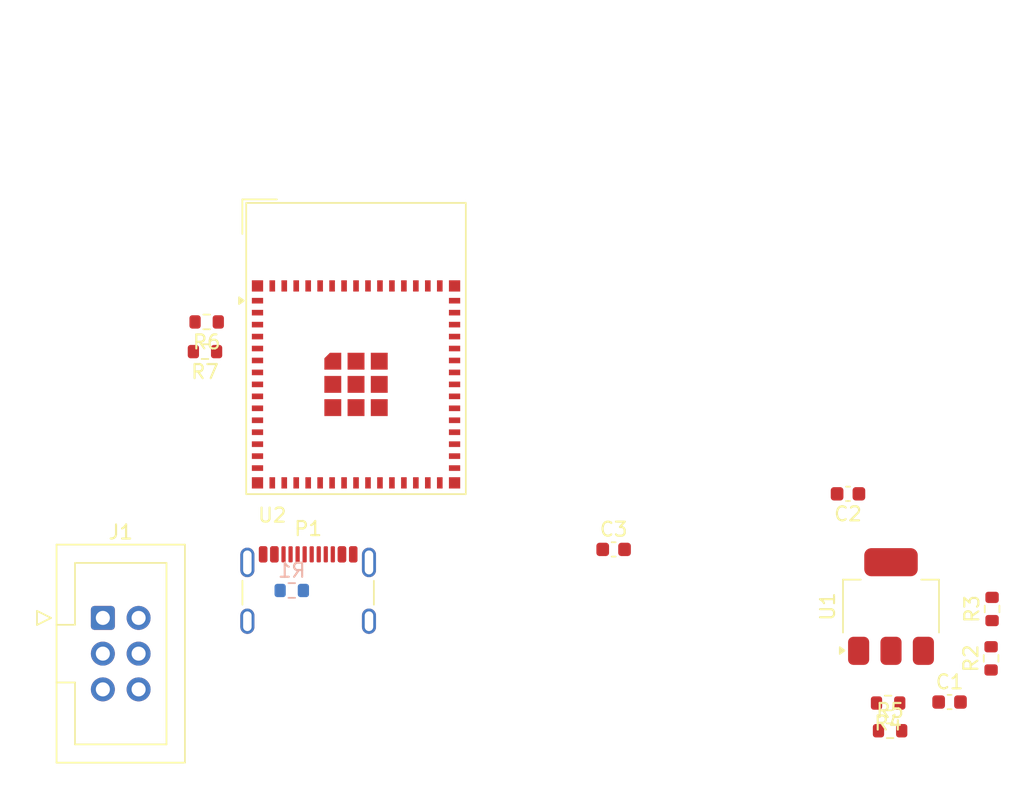
<source format=kicad_pcb>
(kicad_pcb (version 20240108) (generator "pcbnew") (generator_version "8.0")
  (layers (0 "F.Cu" signal) (31 "B.Cu" signal) (34 "B.Paste" user) (35 "F.Paste" user) (36 "B.SilkS" user "B.Silkscreen") (37 "F.SilkS" user "F.Silkscreen") (38 "B.Mask" user) (39 "F.Mask" user) (44 "Edge.Cuts" user))
  (net 0 "")
  (net 1 "HW_VER")
  (net 2 "3.3V")
  (net 3 "N$1")
  (net 4 "N$2")
  (net 5 "5v_monitor")
  (net 6 "N$4")
  (net 7 "N$3")
  (net 8 "D-")
  (net 9 "D+")
  (net 10 "GND")
  (net 11 "VBUS_1")
  (net 12 "3v3_monitor")
  (footprint "Resistor_SMD:R_0603_1608Metric" (layer "F.Cu") (at 128.245 66.77)
    (property "Reference" "R5" (at 0 -1.43 0) (layer "F.SilkS"))
    (property "Value" "1K")
    (fp_line (start -0.237258 -0.5225) (end 0.237258 -0.5225) (stroke (width 0.12)) (layer "F.SilkS"))
    (fp_line (start -0.237258 0.5225) (end 0.237258 0.5225) (stroke (width 0.12)) (layer "F.SilkS"))
    (pad "1" smd roundrect (at -0.825 0) (size 0.8 0.95) (layers "F.Cu" "F.Paste" "F.Mask") (net 12 "3v3_monitor"))
    (pad "2" smd roundrect (at 0.825 0) (size 0.8 0.95) (layers "F.Cu" "F.Paste" "F.Mask") (net 10 "GND"))
  )
  (footprint "Resistor_SMD:R_0603_1608Metric" (layer "F.Cu") (at 135.49 58.115 90)
    (property "Reference" "R3" (at 0 -1.43 90) (layer "F.SilkS"))
    (property "Value" "1K")
    (fp_line (start -0.237258 -0.5225) (end 0.237258 -0.5225) (stroke (width 0.12)) (layer "F.SilkS"))
    (fp_line (start -0.237258 0.5225) (end 0.237258 0.5225) (stroke (width 0.12)) (layer "F.SilkS"))
    (pad "1" smd roundrect (at -0.825 0 90) (size 0.8 0.95) (layers "F.Cu" "F.Paste" "F.Mask") (net 5 "5v_monitor"))
    (pad "2" smd roundrect (at 0.825 0 90) (size 0.8 0.95) (layers "F.Cu" "F.Paste" "F.Mask") (net 10 "GND"))
  )
  (footprint "Package_TO_SOT_SMD:SOT-223-3_TabPin2" (layer "F.Cu") (at 128.31 57.94 90)
    (property "Reference" "U1" (at 0 -4.5 90) (layer "F.SilkS"))
    (property "Value" "NCP1117-3.3_SOT223")
    (fp_line (start 1.91 -3.41) (end 1.91 -2.15) (stroke (width 0.12)) (layer "F.SilkS"))
    (fp_line (start -1.85 -3.41) (end 1.91 -3.41) (stroke (width 0.12)) (layer "F.SilkS"))
    (fp_line (start 1.91 3.41) (end 1.91 2.15) (stroke (width 0.12)) (layer "F.SilkS"))
    (fp_line (start -1.85 3.41) (end 1.91 3.41) (stroke (width 0.12)) (layer "F.SilkS"))
    (fp_poly (pts (xy -3.13 -3.31) (xy -3.37 -3.64) (xy -2.89 -3.64) (xy -3.13 -3.31)) (stroke (width 0.12)) (fill solid) (layer "F.SilkS"))
    (pad "1" smd roundrect (at -3.15 -2.3 90) (size 2 1.5) (layers "F.Cu" "F.Paste" "F.Mask") (net 10 "GND"))
    (pad "2" smd roundrect (at -3.15 0 90) (size 2 1.5) (layers "F.Cu" "F.Paste" "F.Mask") (net 2 "3.3V"))
    (pad "2" smd roundrect (at 3.15 0 90) (size 2 3.8) (layers "F.Cu" "F.Paste" "F.Mask") (net 2 "3.3V"))
    (pad "3" smd roundrect (at -3.15 2.3 90) (size 2 1.5) (layers "F.Cu" "F.Paste" "F.Mask") (net 11 "VBUS_1"))
  )
  (footprint "Capacitor_SMD:C_0603_1608Metric" (layer "F.Cu") (at 125.255 49.93 180)
    (property "Reference" "C2" (at 0 -1.43 360) (layer "F.SilkS"))
    (property "Value" "10uF")
    (fp_line (start -0.14058 0.51) (end 0.14058 0.51) (stroke (width 0.12)) (layer "F.SilkS"))
    (fp_line (start -0.14058 -0.51) (end 0.14058 -0.51) (stroke (width 0.12)) (layer "F.SilkS"))
    (pad "1" smd roundrect (at -0.775 0 180) (size 0.9 0.95) (layers "F.Cu" "F.Paste" "F.Mask") (net 2 "3.3V"))
    (pad "2" smd roundrect (at 0.775 0 180) (size 0.9 0.95) (layers "F.Cu" "F.Paste" "F.Mask") (net 10 "GND"))
  )
  (footprint "RF_Module:ESP32-S2-MINI-1" (layer "F.Cu") (at 90.305 39.6)
    (property "Reference" "U2" (at -5.95 11.85 0) (layer "F.SilkS"))
    (property "Value" "ESP32-S3-MINI-1")
    (fp_line (start -8.075 -10.6) (end -8.075 -8.15) (stroke (width 0.12)) (layer "F.SilkS"))
    (fp_line (start -8.075 -10.6) (end -5.625 -10.6) (stroke (width 0.12)) (layer "F.SilkS"))
    (fp_line (start -7.8 -10.35) (end 7.8 -10.35) (stroke (width 0.12)) (layer "F.SilkS"))
    (fp_line (start -7.8 10.35) (end -7.8 -10.35) (stroke (width 0.12)) (layer "F.SilkS"))
    (fp_line (start 7.8 -10.35) (end 7.8 10.35) (stroke (width 0.12)) (layer "F.SilkS"))
    (fp_line (start 7.8 10.35) (end -7.8 10.35) (stroke (width 0.12)) (layer "F.SilkS"))
    (fp_poly (pts (xy -7.975 -3.4) (xy -8.311 -3.16) (xy -8.311 -3.64) (xy -7.975 -3.4)) (stroke (width 0.12)) (fill solid) (layer "F.SilkS"))
    (pad "1" smd rect (at -7 -3.4) (size 0.8 0.4) (layers "F.Cu" "F.Paste" "F.Mask") (net 10 "GND"))
    (pad "2" smd rect (at -7 -2.55) (size 0.8 0.4) (layers "F.Cu" "F.Paste" "F.Mask") (net 10 "GND"))
    (pad "3" smd rect (at -7 -1.7) (size 0.8 0.4) (layers "F.Cu" "F.Paste" "F.Mask") (net 2 "3.3V"))
    (pad "4" smd rect (at -7 -0.85) (size 0.8 0.4) (layers "F.Cu" "F.Paste" "F.Mask") (net 6 "N$4"))
    (pad "5" smd rect (at -7 0) (size 0.8 0.4) (layers "F.Cu" "F.Paste" "F.Mask") (net 1 "HW_VER"))
    (pad "6" smd rect (at -7 0.85) (size 0.8 0.4) (layers "F.Cu" "F.Paste" "F.Mask") (net 5 "5v_monitor"))
    (pad "7" smd rect (at -7 1.7) (size 0.8 0.4) (layers "F.Cu" "F.Paste" "F.Mask") (net 12 "3v3_monitor"))
    (pad "8" smd rect (at -7 2.55) (size 0.8 0.4) (layers "F.Cu" "F.Paste" "F.Mask"))
    (pad "9" smd rect (at -7 3.4) (size 0.8 0.4) (layers "F.Cu" "F.Paste" "F.Mask"))
    (pad "10" smd rect (at -7 4.25) (size 0.8 0.4) (layers "F.Cu" "F.Paste" "F.Mask"))
    (pad "11" smd rect (at -7 5.1) (size 0.8 0.4) (layers "F.Cu" "F.Paste" "F.Mask"))
    (pad "12" smd rect (at -7 5.95) (size 0.8 0.4) (layers "F.Cu" "F.Paste" "F.Mask"))
    (pad "13" smd rect (at -7 6.8) (size 0.8 0.4) (layers "F.Cu" "F.Paste" "F.Mask"))
    (pad "14" smd rect (at -7 7.65) (size 0.8 0.4) (layers "F.Cu" "F.Paste" "F.Mask"))
    (pad "15" smd rect (at -7 8.5) (size 0.8 0.4) (layers "F.Cu" "F.Paste" "F.Mask"))
    (pad "16" smd rect (at -5.95 9.55 90) (size 0.8 0.4) (layers "F.Cu" "F.Paste" "F.Mask"))
    (pad "17" smd rect (at -5.1 9.55 90) (size 0.8 0.4) (layers "F.Cu" "F.Paste" "F.Mask"))
    (pad "18" smd rect (at -4.25 9.55 90) (size 0.8 0.4) (layers "F.Cu" "F.Paste" "F.Mask"))
    (pad "19" smd rect (at -3.4 9.55 90) (size 0.8 0.4) (layers "F.Cu" "F.Paste" "F.Mask"))
    (pad "20" smd rect (at -2.55 9.55 90) (size 0.8 0.4) (layers "F.Cu" "F.Paste" "F.Mask"))
    (pad "21" smd rect (at -1.7 9.55 90) (size 0.8 0.4) (layers "F.Cu" "F.Paste" "F.Mask"))
    (pad "22" smd rect (at -0.85 9.55 90) (size 0.8 0.4) (layers "F.Cu" "F.Paste" "F.Mask"))
    (pad "23" smd rect (at 0 9.55 90) (size 0.8 0.4) (layers "F.Cu" "F.Paste" "F.Mask") (net 8 "D-"))
    (pad "24" smd rect (at 0.85 9.55 90) (size 0.8 0.4) (layers "F.Cu" "F.Paste" "F.Mask") (net 9 "D+"))
    (pad "25" smd rect (at 1.7 9.55 90) (size 0.8 0.4) (layers "F.Cu" "F.Paste" "F.Mask"))
    (pad "26" smd rect (at 2.55 9.55 90) (size 0.8 0.4) (layers "F.Cu" "F.Paste" "F.Mask"))
    (pad "27" smd rect (at 3.4 9.55 90) (size 0.8 0.4) (layers "F.Cu" "F.Paste" "F.Mask"))
    (pad "28" smd rect (at 4.25 9.55 90) (size 0.8 0.4) (layers "F.Cu" "F.Paste" "F.Mask"))
    (pad "29" smd rect (at 5.1 9.55 90) (size 0.8 0.4) (layers "F.Cu" "F.Paste" "F.Mask"))
    (pad "30" smd rect (at 5.95 9.55 90) (size 0.8 0.4) (layers "F.Cu" "F.Paste" "F.Mask"))
    (pad "31" smd rect (at 7 8.5) (size 0.8 0.4) (layers "F.Cu" "F.Paste" "F.Mask"))
    (pad "32" smd rect (at 7 7.65) (size 0.8 0.4) (layers "F.Cu" "F.Paste" "F.Mask"))
    (pad "33" smd rect (at 7 6.8) (size 0.8 0.4) (layers "F.Cu" "F.Paste" "F.Mask"))
    (pad "34" smd rect (at 7 5.95) (size 0.8 0.4) (layers "F.Cu" "F.Paste" "F.Mask"))
    (pad "35" smd rect (at 7 5.1) (size 0.8 0.4) (layers "F.Cu" "F.Paste" "F.Mask"))
    (pad "36" smd rect (at 7 4.25) (size 0.8 0.4) (layers "F.Cu" "F.Paste" "F.Mask"))
    (pad "37" smd rect (at 7 3.4) (size 0.8 0.4) (layers "F.Cu" "F.Paste" "F.Mask"))
    (pad "38" smd rect (at 7 2.55) (size 0.8 0.4) (layers "F.Cu" "F.Paste" "F.Mask"))
    (pad "39" smd rect (at 7 1.7) (size 0.8 0.4) (layers "F.Cu" "F.Paste" "F.Mask") (net 7 "N$3"))
    (pad "40" smd rect (at 7 0.85) (size 0.8 0.4) (layers "F.Cu" "F.Paste" "F.Mask"))
    (pad "41" smd rect (at 7 0) (size 0.8 0.4) (layers "F.Cu" "F.Paste" "F.Mask"))
    (pad "42" smd rect (at 7 -0.85) (size 0.8 0.4) (layers "F.Cu" "F.Paste" "F.Mask") (net 10 "GND"))
    (pad "43" smd rect (at 7 -1.7) (size 0.8 0.4) (layers "F.Cu" "F.Paste" "F.Mask") (net 10 "GND"))
    (pad "44" smd rect (at 7 -2.55) (size 0.8 0.4) (layers "F.Cu" "F.Paste" "F.Mask"))
    (pad "45" smd rect (at 7 -3.4) (size 0.8 0.4) (layers "F.Cu" "F.Paste" "F.Mask") (net 4 "N$2"))
    (pad "46" smd rect (at 5.95 -4.45 90) (size 0.8 0.4) (layers "F.Cu" "F.Paste" "F.Mask") (net 10 "GND"))
    (pad "47" smd rect (at 5.1 -4.45 90) (size 0.8 0.4) (layers "F.Cu" "F.Paste" "F.Mask") (net 10 "GND"))
    (pad "48" smd rect (at 4.25 -4.45 90) (size 0.8 0.4) (layers "F.Cu" "F.Paste" "F.Mask") (net 10 "GND"))
    (pad "49" smd rect (at 3.4 -4.45 90) (size 0.8 0.4) (layers "F.Cu" "F.Paste" "F.Mask") (net 10 "GND"))
    (pad "50" smd rect (at 2.55 -4.45 90) (size 0.8 0.4) (layers "F.Cu" "F.Paste" "F.Mask") (net 10 "GND"))
    (pad "51" smd rect (at 1.7 -4.45 90) (size 0.8 0.4) (layers "F.Cu" "F.Paste" "F.Mask") (net 10 "GND"))
    (pad "52" smd rect (at 0.85 -4.45 90) (size 0.8 0.4) (layers "F.Cu" "F.Paste" "F.Mask") (net 10 "GND"))
    (pad "53" smd rect (at 0 -4.45 90) (size 0.8 0.4) (layers "F.Cu" "F.Paste" "F.Mask") (net 10 "GND"))
    (pad "54" smd rect (at -0.85 -4.45 90) (size 0.8 0.4) (layers "F.Cu" "F.Paste" "F.Mask") (net 10 "GND"))
    (pad "55" smd rect (at -1.7 -4.45 90) (size 0.8 0.4) (layers "F.Cu" "F.Paste" "F.Mask") (net 10 "GND"))
    (pad "56" smd rect (at -2.55 -4.45 90) (size 0.8 0.4) (layers "F.Cu" "F.Paste" "F.Mask") (net 10 "GND"))
    (pad "57" smd rect (at -3.4 -4.45 90) (size 0.8 0.4) (layers "F.Cu" "F.Paste" "F.Mask") (net 10 "GND"))
    (pad "58" smd rect (at -4.25 -4.45 90) (size 0.8 0.4) (layers "F.Cu" "F.Paste" "F.Mask") (net 10 "GND"))
    (pad "59" smd rect (at -5.1 -4.45 90) (size 0.8 0.4) (layers "F.Cu" "F.Paste" "F.Mask") (net 10 "GND"))
    (pad "60" smd rect (at -5.95 -4.45 90) (size 0.8 0.4) (layers "F.Cu" "F.Paste" "F.Mask") (net 10 "GND"))
    (pad "61" smd roundrect (at -1.65 0.9) (size 1.2 1.2) (layers "F.Cu" "F.Paste" "F.Mask") (roundrect_rratio 0) (chamfer_ratio 0.33) (chamfer top_left) (net 10 "GND"))
    (pad "61" smd rect (at -1.65 2.55) (size 1.2 1.2) (layers "F.Cu" "F.Paste" "F.Mask") (net 10 "GND"))
    (pad "61" smd rect (at -1.65 4.2) (size 1.2 1.2) (layers "F.Cu" "F.Paste" "F.Mask") (net 10 "GND"))
    (pad "61" smd rect (at 0 0.9) (size 1.2 1.2) (layers "F.Cu" "F.Paste" "F.Mask") (net 10 "GND"))
    (pad "61" smd rect (at 0 2.55) (size 1.2 1.2) (layers "F.Cu" "F.Paste" "F.Mask") (net 10 "GND"))
    (pad "61" smd rect (at 0 4.2) (size 1.2 1.2) (layers "F.Cu" "F.Paste" "F.Mask") (net 10 "GND"))
    (pad "61" smd rect (at 1.65 0.9) (size 1.2 1.2) (layers "F.Cu" "F.Paste" "F.Mask") (net 10 "GND"))
    (pad "61" smd rect (at 1.65 2.55) (size 1.2 1.2) (layers "F.Cu" "F.Paste" "F.Mask") (net 10 "GND"))
    (pad "61" smd rect (at 1.65 4.2) (size 1.2 1.2) (layers "F.Cu" "F.Paste" "F.Mask") (net 10 "GND"))
    (pad "62" smd rect (at -7 -4.45) (size 0.8 0.8) (layers "F.Cu" "F.Paste" "F.Mask") (net 10 "GND"))
    (pad "63" smd rect (at -7 9.55) (size 0.8 0.8) (layers "F.Cu" "F.Paste" "F.Mask") (net 10 "GND"))
    (pad "64" smd rect (at 7 9.55) (size 0.8 0.8) (layers "F.Cu" "F.Paste" "F.Mask") (net 10 "GND"))
    (pad "65" smd rect (at 7 -4.45) (size 0.8 0.8) (layers "F.Cu" "F.Paste" "F.Mask") (net 10 "GND"))
  )
  (footprint "Capacitor_SMD:C_0603_1608Metric" (layer "F.Cu") (at 132.47 64.73)
    (property "Reference" "C1" (at 0 -1.43 0) (layer "F.SilkS"))
    (property "Value" "10uF")
    (fp_line (start -0.14058 -0.51) (end 0.14058 -0.51) (stroke (width 0.12)) (layer "F.SilkS"))
    (fp_line (start -0.14058 0.51) (end 0.14058 0.51) (stroke (width 0.12)) (layer "F.SilkS"))
    (pad "1" smd roundrect (at -0.775 0) (size 0.9 0.95) (layers "F.Cu" "F.Paste" "F.Mask") (net 11 "VBUS_1"))
    (pad "2" smd roundrect (at 0.775 0) (size 0.9 0.95) (layers "F.Cu" "F.Paste" "F.Mask") (net 10 "GND"))
  )
  (footprint "Resistor_SMD:R_0603_1608Metric" (layer "F.Cu") (at 135.42 61.625 90)
    (property "Reference" "R2" (at 0 -1.43 90) (layer "F.SilkS"))
    (property "Value" "2K")
    (fp_line (start -0.237258 -0.5225) (end 0.237258 -0.5225) (stroke (width 0.12)) (layer "F.SilkS"))
    (fp_line (start -0.237258 0.5225) (end 0.237258 0.5225) (stroke (width 0.12)) (layer "F.SilkS"))
    (pad "1" smd roundrect (at -0.825 0 90) (size 0.8 0.95) (layers "F.Cu" "F.Paste" "F.Mask") (net 11 "VBUS_1"))
    (pad "2" smd roundrect (at 0.825 0 90) (size 0.8 0.95) (layers "F.Cu" "F.Paste" "F.Mask") (net 5 "5v_monitor"))
  )
  (footprint "Resistor_SMD:R_0603_1608Metric" (layer "F.Cu") (at 79.575 39.82 180)
    (property "Reference" "R7" (at 0 -1.43 360) (layer "F.SilkS"))
    (property "Value" "1K")
    (fp_line (start -0.237258 0.5225) (end 0.237258 0.5225) (stroke (width 0.12)) (layer "F.SilkS"))
    (fp_line (start -0.237258 -0.5225) (end 0.237258 -0.5225) (stroke (width 0.12)) (layer "F.SilkS"))
    (pad "1" smd roundrect (at -0.825 0 180) (size 0.8 0.95) (layers "F.Cu" "F.Paste" "F.Mask") (net 1 "HW_VER"))
    (pad "2" smd roundrect (at 0.825 0 180) (size 0.8 0.95) (layers "F.Cu" "F.Paste" "F.Mask") (net 10 "GND"))
  )
  (footprint "Resistor_SMD:R_0603_1608Metric" (layer "F.Cu") (at 79.695 37.71 180)
    (property "Reference" "R6" (at 0 -1.43 360) (layer "F.SilkS"))
    (property "Value" "2K")
    (fp_line (start -0.237258 0.5225) (end 0.237258 0.5225) (stroke (width 0.12)) (layer "F.SilkS"))
    (fp_line (start -0.237258 -0.5225) (end 0.237258 -0.5225) (stroke (width 0.12)) (layer "F.SilkS"))
    (pad "1" smd roundrect (at -0.825 0 180) (size 0.8 0.95) (layers "F.Cu" "F.Paste" "F.Mask") (net 2 "3.3V"))
    (pad "2" smd roundrect (at 0.825 0 180) (size 0.8 0.95) (layers "F.Cu" "F.Paste" "F.Mask") (net 1 "HW_VER"))
  )
  (footprint "Resistor_SMD:R_0603_1608Metric" (layer "F.Cu") (at 128.105 64.8 180)
    (property "Reference" "R4" (at 0 -1.43 360) (layer "F.SilkS"))
    (property "Value" "2K")
    (fp_line (start -0.237258 0.5225) (end 0.237258 0.5225) (stroke (width 0.12)) (layer "F.SilkS"))
    (fp_line (start -0.237258 -0.5225) (end 0.237258 -0.5225) (stroke (width 0.12)) (layer "F.SilkS"))
    (pad "1" smd roundrect (at -0.825 0 180) (size 0.8 0.95) (layers "F.Cu" "F.Paste" "F.Mask") (net 2 "3.3V"))
    (pad "2" smd roundrect (at 0.825 0 180) (size 0.8 0.95) (layers "F.Cu" "F.Paste" "F.Mask") (net 12 "3v3_monitor"))
  )
  (footprint "Capacitor_SMD:C_0603_1608Metric" (layer "F.Cu") (at 108.605 53.88)
    (property "Reference" "C3" (at 0 -1.43 0) (layer "F.SilkS"))
    (property "Value" "100nF")
    (fp_line (start -0.14058 -0.51) (end 0.14058 -0.51) (stroke (width 0.12)) (layer "F.SilkS"))
    (fp_line (start -0.14058 0.51) (end 0.14058 0.51) (stroke (width 0.12)) (layer "F.SilkS"))
    (pad "1" smd roundrect (at -0.775 0) (size 0.9 0.95) (layers "F.Cu" "F.Paste" "F.Mask") (net 2 "3.3V"))
    (pad "2" smd roundrect (at 0.775 0) (size 0.9 0.95) (layers "F.Cu" "F.Paste" "F.Mask") (net 10 "GND"))
  )
  (footprint "Connector_IDC:IDC-Header_2x03_P2.54mm_Vertical" (layer "F.Cu") (at 72.32 58.75)
    (property "Reference" "J1" (at 1.27 -6.1 0) (layer "F.SilkS"))
    (property "Value" "Conn_02x03_Odd_Even")
    (fp_line (start -4.68 -0.5) (end -4.68 0.5) (stroke (width 0.12)) (layer "F.SilkS"))
    (fp_line (start -4.68 0.5) (end -3.68 0) (stroke (width 0.12)) (layer "F.SilkS"))
    (fp_line (start -3.68 0) (end -4.68 -0.5) (stroke (width 0.12)) (layer "F.SilkS"))
    (fp_line (start -3.29 -5.21) (end 5.83 -5.21) (stroke (width 0.12)) (layer "F.SilkS"))
    (fp_line (start -3.29 0.49) (end -1.98 0.49) (stroke (width 0.12)) (layer "F.SilkS"))
    (fp_line (start -3.29 10.29) (end -3.29 -5.21) (stroke (width 0.12)) (layer "F.SilkS"))
    (fp_line (start -1.98 -3.91) (end 4.52 -3.91) (stroke (width 0.12)) (layer "F.SilkS"))
    (fp_line (start -1.98 0.49) (end -1.98 -3.91) (stroke (width 0.12)) (layer "F.SilkS"))
    (fp_line (start -1.98 4.59) (end -3.29 4.59) (stroke (width 0.12)) (layer "F.SilkS"))
    (fp_line (start -1.98 4.59) (end -1.98 4.59) (stroke (width 0.12)) (layer "F.SilkS"))
    (fp_line (start -1.98 8.99) (end -1.98 4.59) (stroke (width 0.12)) (layer "F.SilkS"))
    (fp_line (start 4.52 -3.91) (end 4.52 8.99) (stroke (width 0.12)) (layer "F.SilkS"))
    (fp_line (start 4.52 8.99) (end -1.98 8.99) (stroke (width 0.12)) (layer "F.SilkS"))
    (fp_line (start 5.83 -5.21) (end 5.83 10.29) (stroke (width 0.12)) (layer "F.SilkS"))
    (fp_line (start 5.83 10.29) (end -3.29 10.29) (stroke (width 0.12)) (layer "F.SilkS"))
    (pad "1" thru_hole roundrect (at 0 0) (size 1.7 1.7) (drill 1) (layers "*.Cu" "*.Mask") (roundrect_rratio 0.147059) (net 4 "N$2"))
    (pad "2" thru_hole circle (at 2.54 0) (size 1.7 1.7) (drill 1) (layers "*.Cu" "*.Mask") (net 2 "3.3V"))
    (pad "3" thru_hole circle (at 0 2.54) (size 1.7 1.7) (drill 1) (layers "*.Cu" "*.Mask") (net 7 "N$3"))
    (pad "4" thru_hole circle (at 2.54 2.54) (size 1.7 1.7) (drill 1) (layers "*.Cu" "*.Mask") (net 10 "GND"))
    (pad "5" thru_hole circle (at 0 5.08) (size 1.7 1.7) (drill 1) (layers "*.Cu" "*.Mask") (net 6 "N$4"))
    (pad "6" thru_hole circle (at 2.54 5.08) (size 1.7 1.7) (drill 1) (layers "*.Cu" "*.Mask") (net 10 "GND"))
  )
  (footprint "Connector_USB:USB_C_Receptacle_GCT_USB4105-xx-A_16P_TopMnt_Horizontal" (layer "F.Cu") (at 86.905 57.91)
    (property "Reference" "P1" (at 0 -5.5 0) (layer "F.SilkS"))
    (property "Value" "USB_C_Plug_USB2.0")
    (fp_line (start -4.67 -0.1) (end -4.67 -1.8) (stroke (width 0.12)) (layer "F.SilkS"))
    (fp_line (start 4.67 -0.1) (end 4.67 -1.8) (stroke (width 0.12)) (layer "F.SilkS"))
    (pad "" np_thru_hole circle (at -2.89 -2.605) (size 0.65 0.65) (drill 0.65) (layers "F&B.Cu" "*.Mask"))
    (pad "" np_thru_hole circle (at 2.89 -2.605) (size 0.65 0.65) (drill 0.65) (layers "F&B.Cu" "*.Mask"))
    (pad "A1" smd roundrect (at -3.2 -3.68) (size 0.6 1.15) (layers "F.Cu" "F.Paste" "F.Mask") (net 10 "GND"))
    (pad "A4" smd roundrect (at -2.4 -3.68) (size 0.6 1.15) (layers "F.Cu" "F.Paste" "F.Mask") (net 11 "VBUS_1"))
    (pad "A5" smd roundrect (at -1.25 -3.68) (size 0.3 1.15) (layers "F.Cu" "F.Paste" "F.Mask") (net 3 "N$1"))
    (pad "A6" smd roundrect (at -0.25 -3.68) (size 0.3 1.15) (layers "F.Cu" "F.Paste" "F.Mask") (net 9 "D+"))
    (pad "A7" smd roundrect (at 0.25 -3.68) (size 0.3 1.15) (layers "F.Cu" "F.Paste" "F.Mask") (net 8 "D-"))
    (pad "A8" smd roundrect (at 1.25 -3.68) (size 0.3 1.15) (layers "F.Cu" "F.Paste" "F.Mask"))
    (pad "A9" smd roundrect (at 2.4 -3.68) (size 0.6 1.15) (layers "F.Cu" "F.Paste" "F.Mask") (net 11 "VBUS_1"))
    (pad "A12" smd roundrect (at 3.2 -3.68) (size 0.6 1.15) (layers "F.Cu" "F.Paste" "F.Mask") (net 10 "GND"))
    (pad "B1" smd roundrect (at 3.2 -3.68) (size 0.6 1.15) (layers "F.Cu" "F.Paste" "F.Mask") (net 10 "GND"))
    (pad "B4" smd roundrect (at 2.4 -3.68) (size 0.6 1.15) (layers "F.Cu" "F.Paste" "F.Mask") (net 11 "VBUS_1"))
    (pad "B5" smd roundrect (at 1.75 -3.68) (size 0.3 1.15) (layers "F.Cu" "F.Paste" "F.Mask"))
    (pad "B6" smd roundrect (at 0.75 -3.68) (size 0.3 1.15) (layers "F.Cu" "F.Paste" "F.Mask"))
    (pad "B7" smd roundrect (at -0.75 -3.68) (size 0.3 1.15) (layers "F.Cu" "F.Paste" "F.Mask"))
    (pad "B8" smd roundrect (at -1.75 -3.68) (size 0.3 1.15) (layers "F.Cu" "F.Paste" "F.Mask"))
    (pad "B9" smd roundrect (at -2.4 -3.68) (size 0.6 1.15) (layers "F.Cu" "F.Paste" "F.Mask") (net 11 "VBUS_1"))
    (pad "B12" smd roundrect (at -3.2 -3.68) (size 0.6 1.15) (layers "F.Cu" "F.Paste" "F.Mask") (net 10 "GND"))
    (pad "S1" thru_hole oval (at -4.32 -3.105) (size 1 2.1) (drill oval 0.6 1.7) (layers "*.Cu" "*.Mask" "F.Paste") (net 10 "GND"))
    (pad "S1" thru_hole oval (at -4.32 1.075) (size 1 1.8) (drill oval 0.6 1.4) (layers "*.Cu" "*.Mask" "F.Paste") (net 10 "GND"))
    (pad "S1" thru_hole oval (at 4.32 -3.105) (size 1 2.1) (drill oval 0.6 1.7) (layers "*.Cu" "*.Mask" "F.Paste") (net 10 "GND"))
    (pad "S1" thru_hole oval (at 4.32 1.075) (size 1 1.8) (drill oval 0.6 1.4) (layers "*.Cu" "*.Mask" "F.Paste") (net 10 "GND"))
  )
  (footprint "Resistor_SMD:R_0603_1608Metric" (layer "B.Cu") (at 85.74 56.8 180)
    (property "Reference" "R1" (at 0 1.43 0) (layer "B.SilkS") (effects (justify mirror)))
    (property "Value" "5.1K")
    (fp_line (start 0.237258 0.5225) (end -0.237258 0.5225) (stroke (width 0.12)) (layer "B.SilkS"))
    (fp_line (start 0.237258 -0.5225) (end -0.237258 -0.5225) (stroke (width 0.12)) (layer "B.SilkS"))
    (pad "1" smd roundrect (at -0.825 0 180) (size 0.8 0.95) (layers "B.Cu" "B.Paste" "B.Mask") (net 3 "N$1"))
    (pad "2" smd roundrect (at 0.825 0 180) (size 0.8 0.95) (layers "B.Cu" "B.Paste" "B.Mask") (net 10 "GND"))
  )
)
</source>
